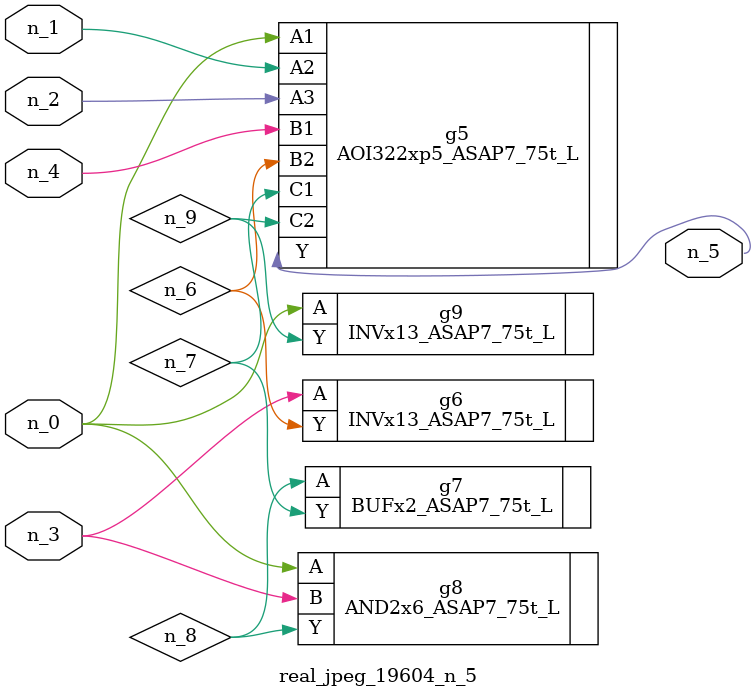
<source format=v>
module real_jpeg_19604_n_5 (n_4, n_0, n_1, n_2, n_3, n_5);

input n_4;
input n_0;
input n_1;
input n_2;
input n_3;

output n_5;

wire n_8;
wire n_6;
wire n_7;
wire n_9;

AOI322xp5_ASAP7_75t_L g5 ( 
.A1(n_0),
.A2(n_1),
.A3(n_2),
.B1(n_4),
.B2(n_6),
.C1(n_7),
.C2(n_9),
.Y(n_5)
);

AND2x6_ASAP7_75t_L g8 ( 
.A(n_0),
.B(n_3),
.Y(n_8)
);

INVx13_ASAP7_75t_L g9 ( 
.A(n_0),
.Y(n_9)
);

INVx13_ASAP7_75t_L g6 ( 
.A(n_3),
.Y(n_6)
);

BUFx2_ASAP7_75t_L g7 ( 
.A(n_8),
.Y(n_7)
);


endmodule
</source>
